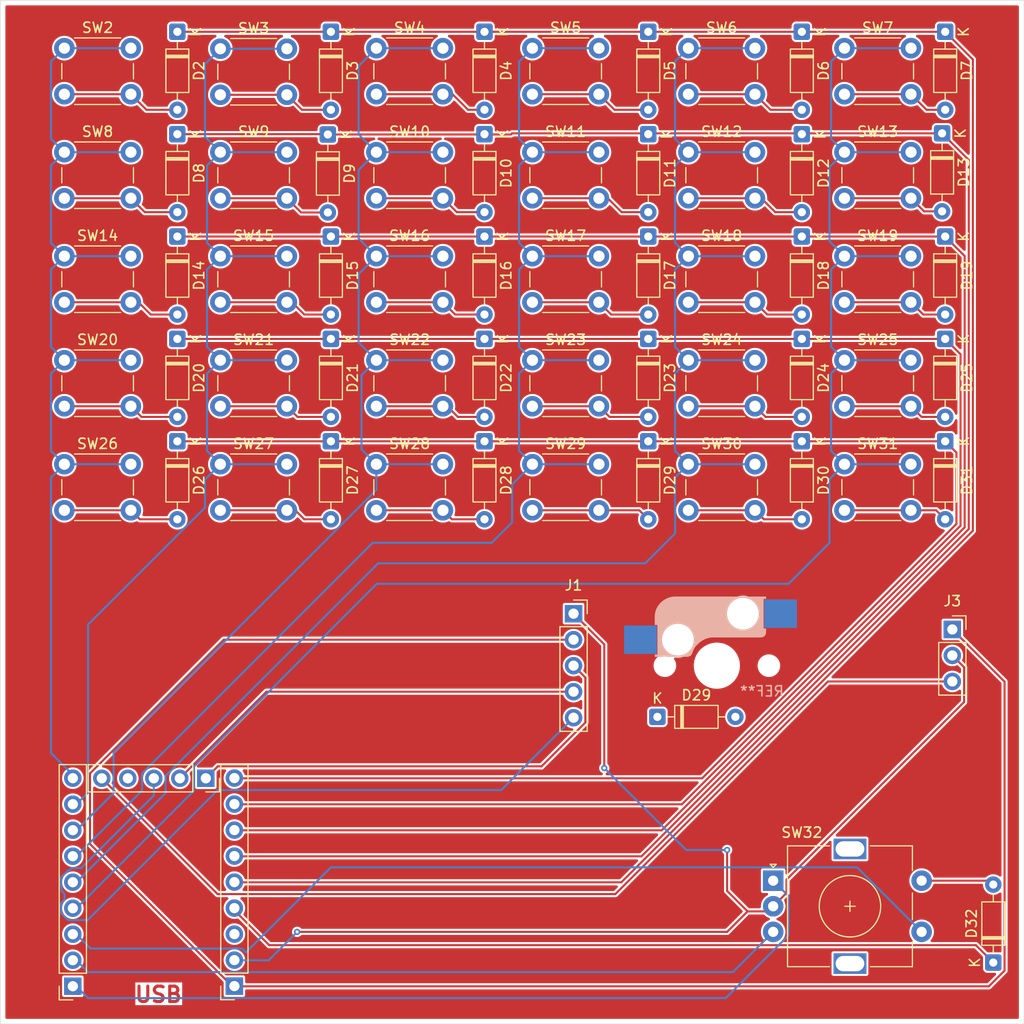
<source format=kicad_pcb>
(kicad_pcb (version 20241229) (generator "pcbnew") (generator_version "9.0")
  (layers (0 "F.Cu" signal) (2 "B.Cu" signal) (13 "F.Paste" user) (15 "B.Paste" user) (5 "F.SilkS" user "F.Silkscreen") (7 "B.SilkS" user "B.Silkscreen") (1 "F.Mask" user) (3 "B.Mask" user) (25 "Edge.Cuts" user))
  (net 0 "")
  (net 1 "Net-(D2-A)")
  (net 2 "Net-(D2-K)")
  (net 3 "Net-(D3-A)")
  (net 4 "Net-(D4-A)")
  (net 5 "Net-(D5-A)")
  (net 6 "Net-(D6-A)")
  (net 7 "Net-(D7-A)")
  (net 8 "Net-(D8-A)")
  (net 9 "Net-(D10-K)")
  (net 10 "Net-(D9-A)")
  (net 11 "Net-(D10-A)")
  (net 12 "Net-(D11-A)")
  (net 13 "Net-(D12-A)")
  (net 14 "Net-(D13-A)")
  (net 15 "Net-(D14-A)")
  (net 16 "Net-(D14-K)")
  (net 17 "Net-(D15-A)")
  (net 18 "Net-(D16-A)")
  (net 19 "Net-(D17-A)")
  (net 20 "Net-(D18-A)")
  (net 21 "Net-(D19-A)")
  (net 22 "Net-(D20-A)")
  (net 23 "Net-(D20-K)")
  (net 24 "Net-(D21-A)")
  (net 25 "Net-(D22-A)")
  (net 26 "Net-(D23-A)")
  (net 27 "Net-(D24-A)")
  (net 28 "Net-(D25-A)")
  (net 29 "Net-(D26-A)")
  (net 30 "Net-(D26-K)")
  (net 31 "Net-(D27-A)")
  (net 32 "Net-(D28-A)")
  (net 33 "Net-(D29-A)")
  (net 34 "Net-(D30-A)")
  (net 35 "Net-(D31-A)")
  (net 36 "Net-(D32-A)")
  (net 37 "Net-(D32-K)")
  (net 38 "Net-(J1-Pin_2)")
  (net 39 "GND")
  (net 40 "Net-(J1-Pin_5)")
  (net 41 "Net-(J1-Pin_4)")
  (net 42 "Net-(J1-Pin_3)")
  (net 43 "Net-(J3-Pin_3)")
  (net 44 "Net-(SW14-Pad1)")
  (net 45 "Net-(SW15-Pad1)")
  (net 46 "Net-(SW10-Pad1)")
  (net 47 "Net-(SW11-Pad1)")
  (net 48 "Net-(SW12-Pad1)")
  (net 49 "Net-(SW13-Pad1)")
  (net 50 "Net-(SW32-PadB)")
  (net 51 "Net-(SW32-PadA)")
  (net 52 "Net-(SW32-PadS1)")
  (footprint "Button_Switch_THT:SW_PUSH_6mm" (layer "F.Cu") (at 117.26 26.68)
    (property "Reference" "SW2")
    (property "Value" "SW_Push")
  )
  (footprint "Diode_THT:D_DO-35_SOD27_P7.62mm_Horizontal" (layer "F.Cu") (at 143.3 65.08 -90)
    (property "Reference" "D27")
    (property "Value" "1N4148")
  )
  (footprint "Button_Switch_THT:SW_PUSH_6mm" (layer "F.Cu") (at 162.98 47)
    (property "Reference" "SW17")
    (property "Value" "SW_Push")
  )
  (footprint "Button_Switch_THT:SW_PUSH_6mm" (layer "F.Cu") (at 178.22 67.32)
    (property "Reference" "SW30")
    (property "Value" "SW_Push")
  )
  (footprint "Diode_THT:D_DO-35_SOD27_P7.62mm_Horizontal" (layer "F.Cu") (at 158.3 25.08 -90)
    (property "Reference" "D4")
    (property "Value" "1N4148")
  )
  (footprint "Diode_THT:D_DO-35_SOD27_P7.62mm_Horizontal" (layer "F.Cu") (at 203.3 45.08 -90)
    (property "Reference" "D19")
    (property "Value" "1N4148")
  )
  (footprint "Diode_THT:D_DO-35_SOD27_P7.62mm_Horizontal" (layer "F.Cu") (at 128.3 65.08 -90)
    (property "Reference" "D26")
    (property "Value" "1N4148")
  )
  (footprint "Diode_THT:D_DO-35_SOD27_P7.62mm_Horizontal" (layer "F.Cu") (at 128.3 45.08 -90)
    (property "Reference" "D14")
    (property "Value" "1N4148")
  )
  (footprint "isw-kbd:CherryMX_Hotswap_1u" (layer "F.Cu") (at 181 87)
    (property "Reference" "REF**")
    (property "Value" "KEY_SWITCH" (hide yes))
  )
  (footprint "Button_Switch_THT:SW_PUSH_6mm" (layer "F.Cu") (at 162.98 67.32)
    (property "Reference" "SW29")
    (property "Value" "SW_Push")
  )
  (footprint "Diode_THT:D_DO-35_SOD27_P7.62mm_Horizontal" (layer "F.Cu") (at 158.3 45.08 -90)
    (property "Reference" "D16")
    (property "Value" "1N4148")
  )
  (footprint "Rotary_Encoder:RotaryEncoder_Alps_EC11E-Switch_Vertical_H20mm" (layer "F.Cu") (at 186.5 108)
    (property "Reference" "SW32")
    (property "Value" "RotaryEncoder_Switch")
  )
  (footprint "Diode_THT:D_DO-35_SOD27_P7.62mm_Horizontal" (layer "F.Cu") (at 128.3 55.08 -90)
    (property "Reference" "D20")
    (property "Value" "1N4148")
  )
  (footprint "Diode_THT:D_DO-35_SOD27_P7.62mm_Horizontal" (layer "F.Cu") (at 175.19 92)
    (property "Reference" "D29")
    (property "Value" "1N4148")
  )
  (footprint "Diode_THT:D_DO-35_SOD27_P7.62mm_Horizontal" (layer "F.Cu") (at 143 35.11 -90)
    (property "Reference" "D9")
    (property "Value" "1N4148")
  )
  (footprint "Diode_THT:D_DO-35_SOD27_P7.62mm_Horizontal" (layer "F.Cu") (at 189.3 65.08 -90)
    (property "Reference" "D30")
    (property "Value" "1N4148")
  )
  (footprint "Button_Switch_THT:SW_PUSH_6mm" (layer "F.Cu") (at 178.22 26.68)
    (property "Reference" "SW6")
    (property "Value" "SW_Push")
  )
  (footprint "Button_Switch_THT:SW_PUSH_6mm" (layer "F.Cu") (at 117.26 67.32)
    (property "Reference" "SW26")
    (property "Value" "SW_Push")
  )
  (footprint "Button_Switch_THT:SW_PUSH_6mm" (layer "F.Cu") (at 193.46 67.32)
    (property "Reference" "SW31")
    (property "Value" "SW_Push")
  )
  (footprint "Button_Switch_THT:SW_PUSH_6mm" (layer "F.Cu") (at 117.26 36.84)
    (property "Reference" "SW8")
    (property "Value" "SW_Push")
  )
  (footprint "Button_Switch_THT:SW_PUSH_6mm" (layer "F.Cu") (at 162.98 36.84)
    (property "Reference" "SW11")
    (property "Value" "SW_Push")
  )
  (footprint "Button_Switch_THT:SW_PUSH_6mm" (layer "F.Cu") (at 178.22 57.16)
    (property "Reference" "SW24")
    (property "Value" "SW_Push")
  )
  (footprint "Button_Switch_THT:SW_PUSH_6mm" (layer "F.Cu") (at 132.5 36.84)
    (property "Reference" "SW9")
    (property "Value" "SW_Push")
  )
  (footprint "Button_Switch_THT:SW_PUSH_6mm" (layer "F.Cu") (at 147.74 57.16)
    (property "Reference" "SW22")
    (property "Value" "SW_Push")
  )
  (footprint "Button_Switch_THT:SW_PUSH_6mm" (layer "F.Cu") (at 132.5 26.735)
    (property "Reference" "SW3")
    (property "Value" "SW_Push")
  )
  (footprint "Diode_THT:D_DO-35_SOD27_P7.62mm_Horizontal" (layer "F.Cu") (at 158.3 65.08 -90)
    (property "Reference" "D28")
    (property "Value" "1N4148")
  )
  (footprint "Button_Switch_THT:SW_PUSH_6mm" (layer "F.Cu") (at 147.74 47)
    (property "Reference" "SW16")
    (property "Value" "SW_Push")
  )
  (footprint "Button_Switch_THT:SW_PUSH_6mm" (layer "F.Cu") (at 132.5 57.16)
    (property "Reference" "SW21")
    (property "Value" "SW_Push")
  )
  (footprint "Diode_THT:D_DO-35_SOD27_P7.62mm_Horizontal" (layer "F.Cu") (at 189.3 45.08 -90)
    (property "Reference" "D18")
    (property "Value" "1N4148")
  )
  (footprint "Diode_THT:D_DO-35_SOD27_P7.62mm_Horizontal" (layer "F.Cu") (at 158.3 35.08 -90)
    (property "Reference" "D10")
    (property "Value" "1N4148")
  )
  (footprint "Button_Switch_THT:SW_PUSH_6mm" (layer "F.Cu") (at 132.5 67.32)
    (property "Reference" "SW27")
    (property "Value" "SW_Push")
  )
  (footprint "Diode_THT:D_DO-35_SOD27_P7.62mm_Horizontal" (layer "F.Cu") (at 143.3 55.08 -90)
    (property "Reference" "D21")
    (property "Value" "1N4148")
  )
  (footprint "Button_Switch_THT:SW_PUSH_6mm" (layer "F.Cu") (at 193.46 26.68)
    (property "Reference" "SW7")
    (property "Value" "SW_Push")
  )
  (footprint "Connector_PinSocket_2.54mm:PinSocket_1x05_P2.54mm_Vertical" (layer "F.Cu") (at 167 81.92)
    (property "Reference" "J1")
    (property "Value" "OLED")
  )
  (footprint "Button_Switch_THT:SW_PUSH_6mm" (layer "F.Cu") (at 162.98 57.16)
    (property "Reference" "SW23")
    (property "Value" "SW_Push")
  )
  (footprint "Diode_THT:D_DO-35_SOD27_P7.62mm_Horizontal" (layer "F.Cu") (at 174.3 55.08 -90)
    (property "Reference" "D23")
    (property "Value" "1N4148")
  )
  (footprint "Button_Switch_THT:SW_PUSH_6mm" (layer "F.Cu") (at 193.46 47)
    (property "Reference" "SW19")
    (property "Value" "SW_Push")
  )
  (footprint "Connector_PinSocket_2.54mm:PinSocket_1x03_P2.54mm_Vertical" (layer "F.Cu") (at 204 83.46)
    (property "Reference" "J3")
    (property "Value" "RGB")
  )
  (footprint "Diode_THT:D_DO-35_SOD27_P7.62mm_Horizontal" (layer "F.Cu") (at 174.3 35.08 -90)
    (property "Reference" "D11")
    (property "Value" "1N4148")
  )
  (footprint "Diode_THT:D_DO-35_SOD27_P7.62mm_Horizontal" (layer "F.Cu") (at 203 35 -90)
    (property "Reference" "D13")
    (property "Value" "1N4148")
  )
  (footprint "Button_Switch_THT:SW_PUSH_6mm" (layer "F.Cu") (at 178.22 47)
    (property "Reference" "SW18")
    (property "Value" "SW_Push")
  )
  (footprint "Diode_THT:D_DO-35_SOD27_P7.62mm_Horizontal" (layer "F.Cu") (at 208 116 90)
    (property "Reference" "D32")
    (property "Value" "1N4148")
  )
  (footprint "Button_Switch_THT:SW_PUSH_6mm" (layer "F.Cu") (at 132.5 47)
    (property "Reference" "SW15")
    (property "Value" "SW_Push")
  )
  (footprint "Diode_THT:D_DO-35_SOD27_P7.62mm_Horizontal" (layer "F.Cu") (at 143.3 25.08 -90)
    (property "Reference" "D3")
    (property "Value" "1N4148")
  )
  (footprint "Diode_THT:D_DO-35_SOD27_P7.62mm_Horizontal" (layer "F.Cu") (at 158.3 55.08 -90)
    (property "Reference" "D22")
    (property "Value" "1N4148")
  )
  (footprint "Diode_THT:D_DO-35_SOD27_P7.62mm_Horizontal" (layer "F.Cu") (at 203.3 55.08 -90)
    (property "Reference" "D25")
    (property "Value" "1N4148")
  )
  (footprint "Diode_THT:D_DO-35_SOD27_P7.62mm_Horizontal" (layer "F.Cu") (at 128.3 35.08 -90)
    (property "Reference" "D8")
    (property "Value" "1N4148")
  )
  (footprint "Button_Switch_THT:SW_PUSH_6mm" (layer "F.Cu") (at 193.46 36.84)
    (property "Reference" "SW13")
    (property "Value" "SW_Push")
  )
  (footprint "RP2040-ZeroSocket:RP2040-ZeroSocket" (layer "F.Cu") (at 125.7 108.3 180)
    (property "Reference" "U1" (hide yes))
    (property "Value" "RP2040-Zero" (hide yes))
  )
  (footprint "Button_Switch_THT:SW_PUSH_6mm" (layer "F.Cu") (at 178.22 36.84)
    (property "Reference" "SW12")
    (property "Value" "SW_Push")
  )
  (footprint "Diode_THT:D_DO-35_SOD27_P7.62mm_Horizontal" (layer "F.Cu") (at 143.3 45.08 -90)
    (property "Reference" "D15")
    (property "Value" "1N4148")
  )
  (footprint "Button_Switch_THT:SW_PUSH_6mm" (layer "F.Cu") (at 147.74 67.32)
    (property "Reference" "SW28")
    (property "Value" "SW_Push")
  )
  (footprint "Diode_THT:D_DO-35_SOD27_P7.62mm_Horizontal" (layer "F.Cu") (at 174.3 65.08 -90)
    (property "Reference" "D29")
    (property "Value" "1N4148")
  )
  (footprint "Diode_THT:D_DO-35_SOD27_P7.62mm_Horizontal" (layer "F.Cu") (at 203.3 65.08 -90)
    (property "Reference" "D31")
    (property "Value" "1N4148")
  )
  (footprint "Button_Switch_THT:SW_PUSH_6mm" (layer "F.Cu") (at 162.98 26.68)
    (property "Reference" "SW5")
    (property "Value" "SW_Push")
  )
  (footprint "Diode_THT:D_DO-35_SOD27_P7.62mm_Horizontal" (layer "F.Cu") (at 128.3 25.08 -90)
    (property "Reference" "D2")
    (property "Value" "1N4148")
  )
  (footprint "Button_Switch_THT:SW_PUSH_6mm" (layer "F.Cu") (at 147.74 36.84)
    (property "Reference" "SW10")
    (property "Value" "SW_Push")
  )
  (footprint "Button_Switch_THT:SW_PUSH_6mm" (layer "F.Cu") (at 117.26 47)
    (property "Reference" "SW14")
    (property "Value" "SW_Push")
  )
  (footprint "Diode_THT:D_DO-35_SOD27_P7.62mm_Horizontal" (layer "F.Cu") (at 203.3 25.08 -90)
    (property "Reference" "D7")
    (property "Value" "1N4148")
  )
  (footprint "Button_Switch_THT:SW_PUSH_6mm" (layer "F.Cu") (at 193.46 57.16)
    (property "Reference" "SW25")
    (property "Value" "SW_Push")
  )
  (footprint "Button_Switch_THT:SW_PUSH_6mm" (layer "F.Cu") (at 117.26 57.16)
    (property "Reference" "SW20")
    (property "Value" "SW_Push")
  )
  (footprint "Diode_THT:D_DO-35_SOD27_P7.62mm_Horizontal" (layer "F.Cu") (at 189.3 35.08 -90)
    (property "Reference" "D12")
    (property "Value" "1N4148")
  )
  (footprint "Diode_THT:D_DO-35_SOD27_P7.62mm_Horizontal" (layer "F.Cu") (at 174.3 45.08 -90)
    (property "Reference" "D17")
    (property "Value" "1N4148")
  )
  (footprint "Diode_THT:D_DO-35_SOD27_P7.62mm_Horizontal" (layer "F.Cu") (at 189.3 55.08 -90)
    (property "Reference" "D24")
    (property "Value" "1N4148")
  )
  (footprint "Button_Switch_THT:SW_PUSH_6mm" (layer "F.Cu") (at 147.74 26.68)
    (property "Reference" "SW4")
    (property "Value" "SW_Push")
  )
  (footprint "Diode_THT:D_DO-35_SOD27_P7.62mm_Horizontal" (layer "F.Cu") (at 174.3 25.08 -90)
    (property "Reference" "D5")
    (property "Value" "1N4148")
  )
  (footprint "Diode_THT:D_DO-35_SOD27_P7.62mm_Horizontal" (layer "F.Cu") (at 189.3 25.08 -90)
    (property "Reference" "D6")
    (property "Value" "1N4148")
  )
  (gr_rect (start 111 22) (end 211 122) (stroke (width 0.05)) (fill no) (layer "Edge.Cuts"))
  (gr_text "USB" (at 124 120 0) (layer "F.Cu") (effects (font (size 1.5 1.5) (thickness 0.3) (bold yes)) (justify left bottom)))
  (segment (start 125.28 32.7) (end 128.3 32.7) (width 0.2) (layer "F.Cu") (net 1))
  (segment (start 117.26 31.18) (end 123.76 31.18) (width 0.2) (layer "F.Cu") (net 1))
  (segment (start 123.76 31.18) (end 125.28 32.7) (width 0.2) (layer "F.Cu") (net 1))
  (segment (start 133.67 108.16) (end 171.66545 108.16) (width 0.2) (layer "F.Cu") (net 2))
  (segment (start 128.3 25.08) (end 203.3 25.08) (width 0.2) (layer "F.Cu") (net 2))
  (segment (start 171.66545 108.16) (end 206.005 73.82045) (width 0.2) (layer "F.Cu") (net 2))
  (segment (start 206.005 73.82045) (end 206.005 27.785) (width 0.2) (layer "F.Cu") (net 2))
  (segment (start 206.005 27.785) (end 203.3 25.08) (width 0.2) (layer "F.Cu") (net 2))
  (segment (start 143.3 32.7) (end 140.465 32.7) (width 0.2) (layer "F.Cu") (net 3))
  (segment (start 132.5 31.235) (end 139 31.235) (width 0.2) (layer "F.Cu") (net 3))
  (segment (start 140.465 32.7) (end 139 31.235) (width 0.2) (layer "F.Cu") (net 3))
  (segment (start 154.24 31.18) (end 155.18 31.18) (width 0.2) (layer "F.Cu") (net 4))
  (segment (start 155.18 31.18) (end 156.7 32.7) (width 0.2) (layer "F.Cu") (net 4))
  (segment (start 156.7 32.7) (end 158.3 32.7) (width 0.2) (layer "F.Cu") (net 4))
  (segment (start 147.74 31.18) (end 154.24 31.18) (width 0.2) (layer "F.Cu") (net 4))
  (segment (start 171 32.7) (end 174.3 32.7) (width 0.2) (layer "F.Cu") (net 5))
  (segment (start 162.98 31.18) (end 169.48 31.18) (width 0.2) (layer "F.Cu") (net 5))
  (segment (start 169.48 31.18) (end 171 32.7) (width 0.2) (layer "F.Cu") (net 5))
  (segment (start 184.72 31.18) (end 186.24 32.7) (width 0.2) (layer "F.Cu") (net 6))
  (segment (start 178.22 31.18) (end 184.72 31.18) (width 0.2) (layer "F.Cu") (net 6))
  (segment (start 186.24 32.7) (end 189.3 32.7) (width 0.2) (layer "F.Cu") (net 6))
  (segment (start 203.3 32.7) (end 201.48 32.7) (width 0.2) (layer "F.Cu") (net 7))
  (segment (start 193.46 31.18) (end 199.96 31.18) (width 0.2) (layer "F.Cu") (net 7))
  (segment (start 201.48 32.7) (end 199.96 31.18) (width 0.2) (layer "F.Cu") (net 7))
  (segment (start 117.26 41.34) (end 123.76 41.34) (width 0.2) (layer "F.Cu") (net 8))
  (segment (start 123.76 41.34) (end 125.12 42.7) (width 0.2) (layer "F.Cu") (net 8))
  (segment (start 125.12 42.7) (end 128.3 42.7) (width 0.2) (layer "F.Cu") (net 8))
  (segment (start 205.604 37.604) (end 203 35) (width 0.2) (layer "F.Cu") (net 9))
  (segment (start 128.3 35.08) (end 142.97 35.08) (width 0.2) (layer "F.Cu") (net 9))
  (segment (start 205.604 73.65435) (end 205.604 37.604) (width 0.2) (layer "F.Cu") (net 9))
  (segment (start 133.67 105.62) (end 173.63835 105.62) (width 0.2) (layer "F.Cu") (net 9))
  (segment (start 161 35) (end 160.89 35.11) (width 0.2) (layer "F.Cu") (net 9))
  (segment (start 160.89 35.11) (end 143 35.11) (width 0.2) (layer "F.Cu") (net 9))
  (segment (start 203 35) (end 161 35) (width 0.2) (layer "F.Cu") (net 9))
  (segment (start 142.97 35.08) (end 143 35.11) (width 0.2) (layer "F.Cu") (net 9))
  (segment (start 173.63835 105.62) (end 205.604 73.65435) (width 0.2) (layer "F.Cu") (net 9))
  (segment (start 139 41.34) (end 140.39 42.73) (width 0.2) (layer "F.Cu") (net 10))
  (segment (start 132.5 41.34) (end 139 41.34) (width 0.2) (layer "F.Cu") (net 10))
  (segment (start 140.39 42.73) (end 143 42.73) (width 0.2) (layer "F.Cu") (net 10))
  (segment (start 154.24 41.34) (end 155.6 42.7) (width 0.2) (layer "F.Cu") (net 11))
  (segment (start 147.74 41.34) (end 154.24 41.34) (width 0.2) (layer "F.Cu") (net 11))
  (segment (start 155.6 42.7) (end 158.3 42.7) (width 0.2) (layer "F.Cu") (net 11))
  (segment (start 170.34 41.34) (end 171.7 42.7) (width 0.2) (layer "F.Cu") (net 12))
  (segment (start 171.7 42.7) (end 174.3 42.7) (width 0.2) (layer "F.Cu") (net 12))
  (segment (start 169.48 41.34) (end 170.34 41.34) (width 0.2) (layer "F.Cu") (net 12))
  (segment (start 162.98 41.34) (end 169.48 41.34) (width 0.2) (layer "F.Cu") (net 12))
  (segment (start 178.22 41.34) (end 184.72 41.34) (width 0.2) (layer "F.Cu") (net 13))
  (segment (start 186.7 42.7) (end 189.3 42.7) (width 0.2) (layer "F.Cu") (net 13))
  (segment (start 185.34 41.34) (end 186.7 42.7) (width 0.2) (layer "F.Cu") (net 13))
  (segment (start 184.72 41.34) (end 185.34 41.34) (width 0.2) (layer "F.Cu") (net 13))
  (segment (start 193.46 41.34) (end 199.96 41.34) (width 0.2) (layer "F.Cu") (net 14))
  (segment (start 201.24 42.62) (end 203 42.62) (width 0.2) (layer "F.Cu") (net 14))
  (segment (start 199.96 41.34) (end 201.24 42.62) (width 0.2) (layer "F.Cu") (net 14))
  (segment (start 117.26 51.5) (end 123.76 51.5) (width 0.2) (layer "F.Cu") (net 15))
  (segment (start 125.7 52.7) (end 128.3 52.7) (width 0.2) (layer "F.Cu") (net 15))
  (segment (start 123.76 51.5) (end 124.5 51.5) (width 0.2) (layer "F.Cu") (net 15))
  (segment (start 124.5 51.5) (end 125.7 52.7) (width 0.2) (layer "F.Cu") (net 15))
  (segment (start 175.61125 103.08) (end 205.203 73.48825) (width 0.2) (layer "F.Cu") (net 16))
  (segment (start 133.67 103.08) (end 175.61125 103.08) (width 0.2) (layer "F.Cu") (net 16))
  (segment (start 205.203 73.48825) (end 205.203 46.983) (width 0.2) (layer "F.Cu") (net 16))
  (segment (start 205.203 46.983) (end 203.3 45.08) (width 0.2) (layer "F.Cu") (net 16))
  (segment (start 128.3 45.08) (end 203.3 45.08) (width 0.2) (layer "F.Cu") (net 16))
  (segment (start 140.7 52.7) (end 143.3 52.7) (width 0.2) (layer "F.Cu") (net 17))
  (segment (start 139 51.5) (end 139.5 51.5) (width 0.2) (layer "F.Cu") (net 17))
  (segment (start 132.5 51.5) (end 139 51.5) (width 0.2) (layer "F.Cu") (net 17))
  (segment (start 139.5 51.5) (end 140.7 52.7) (width 0.2) (layer "F.Cu") (net 17))
  (segment (start 155.44 52.7) (end 158.3 52.7) (width 0.2) (layer "F.Cu") (net 18))
  (segment (start 147.74 51.5) (end 154.24 51.5) (width 0.2) (layer "F.Cu") (net 18))
  (segment (start 154.24 51.5) (end 155.44 52.7) (width 0.2) (layer "F.Cu") (net 18))
  (segment (start 169.48 51.5) (end 170.68 52.7) (width 0.2) (layer "F.Cu") (net 19))
  (segment (start 170.68 52.7) (end 174.3 52.7) (width 0.2) (layer "F.Cu") (net 19))
  (segment (start 162.98 51.5) (end 169.48 51.5) (width 0.2) (layer "F.Cu") (net 19))
  (segment (start 185.92 52.7) (end 189.3 52.7) (width 0.2) (layer "F.Cu") (net 20))
  (segment (start 184.72 51.5) (end 185.92 52.7) (width 0.2) (layer "F.Cu") (net 20))
  (segment (start 178.22 51.5) (end 184.72 51.5) (width 0.2) (layer "F.Cu") (net 20))
  (segment (start 201.16 52.7) (end 199.96 51.5) (width 0.2) (layer "F.Cu") (net 21))
  (segment (start 203.3 52.7) (end 201.16 52.7) (width 0.2) (layer "F.Cu") (net 21))
  (segment (start 193.46 51.5) (end 199.96 51.5) (width 0.2) (layer "F.Cu") (net 21))
  (segment (start 123.76 61.66) (end 124.8 62.7) (width 0.2) (layer "F.Cu") (net 22))
  (segment (start 124.8 62.7) (end 128.3 62.7) (width 0.2) (layer "F.Cu") (net 22))
  (segment (start 117.26 61.66) (end 123.76 61.66) (width 0.2) (layer "F.Cu") (net 22))
  (segment (start 204.802 73.32215) (end 204.802 56.582) (width 0.2) (layer "F.Cu") (net 23))
  (segment (start 177.58415 100.54) (end 204.802 73.32215) (width 0.2) (layer "F.Cu") (net 23))
  (segment (start 133.67 100.54) (end 177.58415 100.54) (width 0.2) (layer "F.Cu") (net 23))
  (segment (start 204.802 56.582) (end 203.3 55.08) (width 0.2) (layer "F.Cu") (net 23))
  (segment (start 128.3 55.08) (end 203.3 55.08) (width 0.2) (layer "F.Cu") (net 23))
  (segment (start 140.04 62.7) (end 139 61.66) (width 0.2) (layer "F.Cu") (net 24))
  (segment (start 132.5 61.66) (end 139 61.66) (width 0.2) (layer "F.Cu") (net 24))
  (segment (start 143.3 62.7) (end 140.04 62.7) (width 0.2) (layer "F.Cu") (net 24))
  (segment (start 154.66 61.66) (end 155.7 62.7) (width 0.2) (layer "F.Cu") (net 25))
  (segment (start 154.24 61.66) (end 154.66 61.66) (width 0.2) (layer "F.Cu") (net 25))
  (segment (start 155.7 62.7) (end 158.3 62.7) (width 0.2) (layer "F.Cu") (net 25))
  (segment (start 147.74 61.66) (end 154.24 61.66) (width 0.2) (layer "F.Cu") (net 25))
  (segment (start 170.52 62.7) (end 169.48 61.66) (width 0.2) (layer "F.Cu") (net 26))
  (segment (start 174.3 62.7) (end 170.52 62.7) (width 0.2) (layer "F.Cu") (net 26))
  (segment (start 162.98 61.66) (end 169.48 61.66) (width 0.2) (layer "F.Cu") (net 26))
  (segment (start 185.76 62.7) (end 184.72 61.66) (width 0.2) (layer "F.Cu") (net 27))
  (segment (start 189.3 62.7) (end 185.76 62.7) (width 0.2) (layer "F.Cu") (net 27))
  (segment (start 184.72 61.66) (end 178.22 61.66) (width 0.2) (layer "F.Cu") (net 27))
  (segment (start 193.46 61.66) (end 199.96 61.66) (width 0.2) (layer "F.Cu") (net 28))
  (segment (start 203.3 62.7) (end 201 62.7) (width 0.2) (layer "F.Cu") (net 28))
  (segment (start 201 62.7) (end 199.96 61.66) (width 0.2) (layer "F.Cu") (net 28))
  (segment (start 117.26 71.82) (end 123.76 71.82) (width 0.2) (layer "F.Cu") (net 29))
  (segment (start 124.64 72.7) (end 123.76 71.82) (width 0.2) (layer "F.Cu") (net 29))
  (segment (start 128.3 72.7) (end 124.64 72.7) (width 0.2) (layer "F.Cu") (net 29))
  (segment (start 204.401 66.181) (end 203.3 65.08) (width 0.2) (layer "F.Cu") (net 30))
  (segment (start 203.3 65.08) (end 128.3 65.08) (width 0.2) (layer "F.Cu") (net 30))
  (segment (start 179.55705 98) (end 204.401 73.15605) (width 0.2) (layer "F.Cu") (net 30))
  (segment (start 204.401 73.15605) (end 204.401 66.181) (width 0.2) (layer "F.Cu") (net 30))
  (segment (start 133.67 98) (end 179.55705 98) (width 0.2) (layer "F.Cu") (net 30))
  (segment (start 132.5 71.82) (end 139 71.82) (width 0.2) (layer "F.Cu") (net 31))
  (segment (start 139.82 71.82) (end 140.7 72.7) (width 0.2) (layer "F.Cu") (net 31))
  (segment (start 140.7 72.7) (end 143.3 72.7) (width 0.2) (layer "F.Cu") (net 31))
  (segment (start 139 71.82) (end 139.82 71.82) (width 0.2) (layer "F.Cu") (net 31))
  (segment (start 147.74 71.82) (end 154.24 71.82) (width 0.2) (layer "F.Cu") (net 32))
  (segment (start 158.3 72.7) (end 155.12 72.7) (width 0.2) (layer "F.Cu") (net 32))
  (segment (start 155.12 72.7) (end 154.24 71.82) (width 0.2) (layer "F.Cu") (net 32))
  (segment (start 169.48 71.82) (end 173.42 71.82) (width 0.2) (layer "F.Cu") (net 33))
  (segment (start 162.98 71.82) (end 169.48 71.82) (width 0.2) (layer "F.Cu") (net 33))
  (segment (start 173.42 71.82) (end 174.3 72.7) (width 0.2) (layer "F.Cu") (net 33))
  (segment (start 185.6 72.7) (end 184.72 71.82) (width 0.2) (layer "F.Cu") (net 34))
  (segment (start 189.3 72.7) (end 185.6 72.7) (width 0.2) (layer "F.Cu") (net 34))
  (segment (start 178.22 71.82) (end 184.72 71.82) (width 0.2) (layer "F.Cu") (net 34))
  (segment (start 199.96 71.82) (end 202.42 71.82) (width 0.2) (layer "F.Cu") (net 35))
  (segment (start 202.42 71.82) (end 203.3 72.7) (width 0.2) (layer "F.Cu") (net 35))
  (segment (start 193.46 71.82) (end 199.96 71.82) (width 0.2) (layer "F.Cu") (net 35))
  (segment (start 207.62 108) (end 208 108.38) (width 0.2) (layer "F.Cu") (net 36))
  (segment (start 201 108) (end 207.62 108) (width 0.2) (layer "F.Cu") (net 36))
  (segment (start 208 116) (end 206.301 114.301) (width 0.2) (layer "F.Cu") (net 37))
  (segment (start 206.301 114.301) (end 137.271 114.301) (width 0.2) (layer "F.Cu") (net 37))
  (segment (start 137.271 114.301) (end 133.67 110.7) (width 0.2) (layer "F.Cu") (net 37))
  (segment (start 119.769 104.419) (end 119.769 97.52324) (width 0.2) (layer "F.Cu") (net 38))
  (segment (start 209.101 116.78516) (end 207.56616 118.32) (width 0.2) (layer "F.Cu") (net 38))
  (segment (start 133.67 118.32) (end 119.769 104.419) (width 0.2) (layer "F.Cu") (net 38))
  (segment (start 119.769 97.52324) (end 132.83224 84.46) (width 0.2) (layer "F.Cu") (net 38))
  (segment (start 209.101 88.561) (end 209.101 116.78516) (width 0.2) (layer "F.Cu") (net 38))
  (segment (start 204 83.46) (end 209.101 88.561) (width 0.2) (layer "F.Cu") (net 38))
  (segment (start 207.56616 118.32) (end 133.67 118.32) (width 0.2) (layer "F.Cu") (net 38))
  (segment (start 132.83224 84.46) (end 167 84.46) (width 0.2) (layer "F.Cu") (net 38))
  (segment (start 187.801 107.897) (end 187.801 109.199) (width 0.2) (layer "F.Cu") (net 39))
  (segment (start 170 84.92) (end 170 97) (width 0.2) (layer "F.Cu") (net 39))
  (segment (start 184 111) (end 182 113) (width 0.2) (layer "F.Cu") (net 39))
  (segment (start 182 105) (end 182 109) (width 0.2) (layer "F.Cu") (net 39))
  (segment (start 205.151 90.547) (end 187.801 107.897) (width 0.2) (layer "F.Cu") (net 39))
  (segment (start 187.801 109.199) (end 186.5 110.5) (width 0.2) (layer "F.Cu") (net 39))
  (segment (start 167 81.92) (end 170 84.92) (width 0.2) (layer "F.Cu") (net 39))
  (segment (start 186 111) (end 186.5 110.5) (width 0.2) (layer "F.Cu") (net 39))
  (segment (start 205.151 87.151) (end 205.151 90.547) (width 0.2) (layer "F.Cu") (net 39))
  (segment (start 204 86) (end 205.151 87.151) (width 0.2) (layer "F.Cu") (net 39))
  (segment (start 182 109) (end 184 111) (width 0.2) (layer "F.Cu") (net 39))
  (segment (start 184 111) (end 186 111) (width 0.2) (layer "F.Cu") (net 39))
  (segment (start 182 113) (end 140 113) (width 0.2) (layer "F.Cu") (net 39))
  (via (at 182 105) (size 0.6) (drill 0.3) (layers "F.Cu" "B.Cu") (net 39))
  (via (at 170 97) (size 0.6) (drill 0.3) (layers "F.Cu" "B.Cu") (net 39))
  (via (at 140 113) (size 0.6) (drill 0.3) (layers "F.Cu" "B.Cu") (net 39))
  (segment (start 181 105) (end 182 105) (width 0.2) (layer "B.Cu") (net 39))
  (segment (start 178 105) (end 181 105) (width 0.2) (layer "B.Cu") (net 39))
  (segment (start 140 113) (end 137.22 115.78) (width 0.2) (layer "B.Cu") (net 39))
  (segment (start 170 97) (end 178 105) (width 0.2) (layer "B.Cu") (net 39))
  (segment (start 137.22 115.78) (end 133.67 115.78) (width 0.2) (layer "B.Cu") (net 39))
  (segment (start 117 108.68776) (end 116.939 108.62676) (width 0.2) (layer "B.Cu") (net 40))
  (segment (start 118.90676 106.771) (end 126 99.67776) (width 0.2) (layer "B.Cu") (net 40))
  (segment (start 132.231 99.151) (end 119.531 111.851) (width 0.2) (layer "B.Cu") (net 40))
  (segment (start 117.95324 111.851) (end 117.94324 111.841) (width 0.2) (layer "B.Cu") (net 40))
  (segment (start 117 109) (end 117 108.68776) (width 0.2) (layer "B.Cu") (net 40))
  (segment (start 116.939 111.16676) (end 116.939 110.21324) (width 0.2) (layer "B.Cu") (net 40))
  (segment (start 117.279 109.87324) (end 117.279 109.279) (width 0.2) (layer "B.Cu") (net 40))
  (segment (start 116.939 107.67324) (end 117.61324 106.999) (width 0.2) (layer "B.Cu") (net 40))
  (segment (start 116.939 110.21324) (end 117.279 109.87324) (width 0.2) (layer "B.Cu") (net 40))
  (segment (start 159.929 99.151) (end 132.231 99.151) (width 0.2) (layer "B.Cu") (net 40))
  (segment (start 117.95324 106.771) (end 118.90676 106.771) (width 0.2) (layer "B.Cu") (net 40))
  (segment (start 119.531 111.851) (end 117.95324 111.851) (width 0.2) (layer "B.Cu") (net 40))
  (segment (start 116.939 108.62676) (end 116.939 107.67324) (width 0.2) (layer "B.Cu") (net 40))
  (segment (start 117.61324 111.841) (end 116.939 111.16676) (width 0.2) (layer "B.Cu") (net 40))
  (segment (start 117.94324 111.841) (end 117.61324 111.841) (width 0.2) (layer "B.Cu") (net 40))
  (segment (start 126 99.67776) (end 126 98) (width 0.2) (layer "B.Cu") (net 40))
  (segment (start 167 92.08) (end 159.929 99.151) (width 0.2) (layer "B.Cu") (net 40))
  (segment (start 117.279 109.279) (end 117 109) (width 0.2) (layer "B.Cu") (net 40))
  (segment (start 117.72524 106.999) (end 117.95324 106.771) (width 0.2) (layer "B.Cu") (net 40))
  (segment (start 117.61324 106.999) (end 117.72524 106.999) (width 0.2) (layer "B.Cu") (net 40))
  (segment (start 167 89.54) (end 137 89.54) (width 0.2) (layer "F.Cu") (net 41))
  (segment (start 137 89.54) (end 128.54 98) (width 0.2) (layer "F.Cu") (net 41))
  (segment (start 163.83876 96.829) (end 163.85876 96.849) (width 0.2) (layer "F.Cu") (net 42))
  (segment (start 131.08 98) (end 132.251 96.829) (width 0.2) (layer "F.Cu") (net 42))
  (segment (start 168.151 92.55676) (end 163.85876 96.849) (width 0.2) (layer "F.Cu") (net 42))
  (segment (start 167 87) (end 168.151 88.151) (width 0.2) (layer "F.Cu") (net 42))
  (segment (start 132.251 96.829) (end 163.83876 96.829) (width 0.2) (layer "F.Cu") (net 42))
  (segment (start 168.151 88.151) (end 168.151 92.55676) (width 0.2) (layer "F.Cu") (net 42))
  (segment (start 132.231 109.311) (end 120.92 98) (width 0.2) (layer "F.Cu") (net 43))
  (segment (start 171.08155 109.311) (end 132.231 109.311) (width 0.2) (layer "F.Cu") (net 43))
  (segment (start 191.85255 88.54) (end 171.08155 109.311) (width 0.2) (layer "F.Cu") (net 43))
  (segment (start 204 88.54) (end 191.85255 88.54) (width 0.2) (layer "F.Cu") (net 43))
  (segment (start 115.959 55.859) (end 117.26 57.16) (width 0.2) (layer "B.Cu") (net 44))
  (segment (start 115.959 68.621) (end 117.26 67.32) (width 0.2) (layer "B.Cu") (net 44))
  (segment (start 123.76 47) (end 117.26 47) (width 0.2) (layer "B.Cu") (net 44))
  (segment (start 117.26 57.16) (end 115.959 58.461) (width 0.2) (layer "B.Cu") (net 44))
  (segment (start 115.959 27.981) (end 115.959 35.539) (width 0.2) (layer "B.Cu") (net 44))
  (segment (start 115.959 35.539) (end 117.26 36.84) (width 0.2) (layer "B.Cu") (net 44))
  (segment (start 115.959 66.019) (end 117.26 67.32) (width 0.2) (layer "B.Cu") (net 44))
  (segment (start 115.959 58.461) (end 115.959 66.019) (width 0.2) (layer "B.Cu") (net 44))
  (segment (start 123.76 67.32) (end 117.26 67.32) (width 0.2) (layer "B.Cu") (net 44))
  (segment (start 115.959 95.529) (end 115.959 68.621) (width 0.2) (layer "B.Cu") (net 44))
  (segment (start 115.959 38.141) (end 115.959 45.699) (width 0.2) (layer "B.Cu") (net 44))
  (segment (start 117.26 26.68) (end 115.959 27.981) (width 0.2) (layer "B.Cu") (net 44))
  (segment (start 115.959 48.301) (end 115.959 55.859) (width 0.2) (layer "B.Cu") (net 44))
  (segment (start 117.26 47) (end 115.959 48.301) (width 0.2) (layer "B.Cu") (net 44))
  (segment (start 123.76 26.68) (end 117.26 26.68) (width 0.2) (layer "B.Cu") (net 44))
  (segment (start 115.959 45.699) (end 117.26 47) (width 0.2) (layer "B.Cu") (net 44))
  (segment (start 118.43 98) (end 115.959 95.529) (width 0.2) (layer "B.Cu") (net 44))
  (segment (start 117.26 57.16) (end 123.76 57.16) (width 0.2) (layer "B.Cu") (net 44))
  (segment (start 117.26 36.84) (end 115.959 38.141) (width 0.2) (layer "B.Cu") (net 44))
  (segment (start 117.26 36.84) (end 123.76 36.84) (width 0.2) (layer "B.Cu") (net 44))
  (segment (start 131.199 48.301) (end 132.5 47) (width 0.2) (layer "B.Cu") (net 45))
  (segment (start 131.199 58.461) (end 132.5 57.16) (width 0.2) (layer "B.Cu") (net 45))
  (segment (start 118.43 100.54) (end 119.581 99.389) (width 0.2) (layer "B.Cu") (net 45))
  (segment (start 131.199 55.859) (end 131.199 48.301) (width 0.2) (layer "B.Cu") (net 45))
  (segment (start 132.5 47) (end 139 47) (width 0.2) (layer "B.Cu") (net 45))
  (segment (start 132.5 67.32) (end 131.199 66.019) (width 0.2) (layer "B.Cu") (net 45))
  (segment (start 132.5 47) (end 131.199 45.699) (width 0.2) (layer "B.Cu") (net 45))
  (segment (start 119.581 82.97605) (end 131 71.55705) (width 0.2) (layer "B.Cu") (net 45))
  (segment (start 132.5 26.735) (end 139 26.735) (width 0.2) (layer "B.Cu") (net 45))
  (segment (start 131 35.34) (end 131 28.235) (width 0.2) (layer "B.Cu") (net 45))
  (segment (start 132.5 36.84) (end 131 35.34) (width 0.2) (layer "B.Cu") (net 45))
  (segment (start 132.5 67.32) (end 139 67.32) (width 0.2) (layer "B.Cu") (net 45))
  (segment (start 131 28.235) (end 132.5 26.735) (width 0.2) (layer "B.Cu") (net 45))
  (segment (start 131.199 66.019) (end 131.199 58.461) (width 0.2) (layer "B.Cu") (net 45))
  (segment (start 131 71.55705) (end 131 68.82) (width 0.2) (layer "B.Cu") (net 45))
  (segment (start 131.199 45.699) (end 131.199 38.141) (width 0.2) (layer "B.Cu") (net 45))
  (segment (start 119.581 99.389) (end 119.581 82.97605) (width 0.2) (layer "B.Cu") (net 45))
  (segment (start 132.5 57.16) (end 131.199 55.859) (width 0.2) (layer "B.Cu") (net 45))
  (segment (start 139 57.16) (end 132.5 57.16) (width 0.2) (layer "B.Cu") (net 45))
  (segment (start 131.199 38.141) (end 132.5 36.84) (width 0.2) (layer "B.Cu") (net 45))
  (segment (start 131 68.82) (end 132.5 67.32) (width 0.2) (layer "B.Cu") (net 45))
  (segment (start 139 36.84) (end 132.5 36.84) (width 0.2) (layer "B.Cu") (net 45))
  (segment (start 147.74 26.68) (end 146 28.42) (width 0.2) (layer "B.Cu") (net 46))
  (segment (start 122.071 99.439) (end 122.071 95.48605) (width 0.2) (layer "B.Cu") (net 46))
  (segment (start 154.24 26.68) (end 147.74 26.68) (width 0.2) (layer "B.Cu") (net 46))
  (segment (start 146.29 65.87) (end 146.29 58.61) (width 0.2) (layer "B.Cu") (net 46))
  (segment (start 147.74 57.16) (end 154.24 57.16) (width 0.2) (layer "B.Cu") (net 46))
  (segment (start 147.74 36.84) (end 154.24 36.84) (width 0.2) (layer "B.Cu") (net 46))
  (segment (start 118.43 103.08) (end 122.071 99.439) (width 0.2) (layer "B.Cu") (net 46))
  (segment (start 146.29 58.61) (end 147.74 57.16) (width 0.2) (layer "B.Cu") (net 46))
  (segment (start 154.24 67.32) (end 147.74 67.32) (width 0.2) (layer "B.Cu") (net 46))
  (segment (start 147.74 36.84) (end 146 38.58) (width 0.2) (layer "B.Cu") (net 46))
  (segment (start 146 28.42) (end 146 35.1) (width 0.2) (layer "B.Cu") (net 46))
  (segment (start 146 48.74) (end 147.74 47) (width 0.2) (layer "B.Cu") (net 46))
  (segment (start 147.74 69.81705) (end 147.74 67.32) (width 0.2) (layer "B.Cu") (net 46))
  (segment (start 146 45.26) (end 147.74 47) (width 0.2) (layer "B.Cu") (net 46))
  (segment (start 146 38.58) (end 146 45.26) (width 0.2) (layer "B.Cu") (net 46))
  (segment (start 146 55.42) (end 146 48.74) (width 0.2) (layer "B.Cu") (net 46))
  (segment (start 154.24 47) (end 147.74 47) (width 0.2) (layer "B.Cu") (net 46))
  (segment (start 146 35.1) (end 147.74 36.84) (width 0.2) (layer "B.Cu") (net 46))
  (segment (start 147.74 67.32) (end 146.29 65.87) (width 0.2) (layer "B.Cu") (net 46))
  (segment (start 122.071 95.48605) (end 147.74 69.81705) (width 0.2) (layer "B.Cu") (net 46))
  (segment (start 147.74 57.16) (end 146 55.42) (width 0.2) (layer "B.Cu") (net 46))
  (segment (start 161.679 27.981) (end 162.98 26.68) (width 0.2) (layer "B.Cu") (net 47))
  (segment (start 169.48 26.68) (end 162.98 26.68) (width 0.2) (layer "B.Cu") (net 47))
  (segment (start 169.48 47) (end 162.98 47) (width 0.2) (layer "B.Cu") (net 47))
  (segment (start 161.679 38.141) (end 162.98 36.84) (width 0.2) (layer "B.Cu") (net 47))
  (segment (start 162.98 47) (end 161.679 45.699) (width 0.2) (layer "B.Cu") (net 47))
  (segment (start 161.679 48.301) (end 162.98 47) (width 0.2) (layer "B.Cu") (net 47))
  (segment (start 161.679 66.019) (end 161.679 58.461) (width 0.2) (layer "B.Cu") (net 47))
  (segment (start 161.679 58.461) (end 162.98 57.16) (width 0.2) (layer "B.Cu") (net 47))
  (segment (start 162.98 57.16) (end 169.48 57.16) (width 0.2) (layer "B.Cu") (net 47))
  (segment (start 162.98 57.16) (end 161.679 55.859) (width 0.2) (layer "B.Cu") (net 47))
  (segment (start 162.98 36.84) (end 161.679 35.539) (width 0.2) (layer "B.Cu") (net 47))
  (segment (start 147.37224 75) (end 159 75) (width 0.2) (layer "B.Cu") (net 47))
  (segment (start 162.98 67.32) (end 161.679 66.019) (width 0.2) (layer "B.Cu") (net 47))
  (segment (start 118.43 105.62) (end 124.849 99.201) (width 0.2) (layer "B.Cu") (net 47))
  (segment (start 161 69.3) (end 162.98 67.32) (width 0.2) (layer "B.Cu") (net 47))
  (segment (start 161.679 35.539) (end 161.679 27.981) (width 0.2) (layer "B.Cu") (net 47))
  (segment (start 124.849 97.52324) (end 147.37224 75) (width 0.2) (layer "B.Cu") (net 47))
  (segment (start 159 75) (end 161 73) (width 0.2) (layer "B.Cu") (net 47))
  (segment (start 162.98 36.84) (end 169.48 36.84) (width 0.2) (layer "B.Cu") (net 47))
  (segment (start 161 73) (end 161 69.3) (width 0.2) (layer "B.Cu") (net 47))
  (segment (start 124.849 99.201) (end 124.849 97.52324) (width 0.2) (layer "B.Cu") (net 47))
  (segment (start 169.48 67.32) (end 162.98 67.32) (width 0.2) (layer "B.Cu") (net 47))
  (segment (start 161.679 45.699) (end 161.679 38.141) (width 0.2) (layer "B.Cu") (net 47))
  (segment (start 161.679 55.859) (end 161.679 48.301) (width 0.2) (layer "B.Cu") (net 47))
  (segment (start 118.43 108.16) (end 127.151 99.439) (width 0.2) (layer "B.Cu") (net 48))
  (segment (start 184.72 36.84) (end 178.22 36.84) (width 0.2) (layer "B.Cu") (net 48))
  (segment (start 176.919 66.019) (end 176.919 58.461) (width 0.2) (layer "B.Cu") (net 48))
  (segment (start 176.919 27.981) (end 176.919 35.539) (width 0.2) (layer "B.Cu") (net 48))
  (segment (start 176.919 48.301) (end 176.919 55.859) (width 0.2) (layer "B.Cu") (net 48))
  (segment (start 127.151 97.76124) (end 147.91224 77) (width 0.2) (layer "B.Cu") (net 48))
  (segment (start 176.919 58.461) (end 178.22 57.16) (width 0.2) (layer "B.Cu") (net 48))
  (segment (start 176.919 38.141) (end 176.919 45.699) (width 0.2) (layer "B.Cu") (net 48))
  (segment (start 184.72 67.32) (end 178.22 67.32) (width 0.2) (layer "B.Cu") (net 48))
  (segment (start 127.151 99.439) (end 127.151 97.76124) (width 0.2) (layer "B.Cu") (net 48))
  (segment (start 178.22 47) (end 184.72 47) (width 0.2) (layer "B.Cu") (net 48))
  (segment (start 178.22 26.68) (end 176.919 27.981) (width 0.2) (layer "B.Cu") (net 48))
  (segment (start 178.22 26.68) (end 184.72 26.68) (width 0.2) (layer "B.Cu") (net 48))
  (segment (start 178.22 57.16) (end 184.72 57.16) (width 0.2) (layer "B.Cu") (net 48))
  (segment (start 176.919 45.699) (end 178.22 47) (width 0.2) (layer "B.Cu") (net 48))
  (segment (start 147.91224 77) (end 174 77) (width 0.2) (layer "B.Cu") (net 48))
  (segment (start 176.919 35.539) (end 178.22 36.84) (width 0.2) (layer "B.Cu") (net 48))
  (segment (start 176.919 68.621) (end 178.22 67.32) (width 0.2) (layer "B.Cu") (net 48))
  (segment (start 178.22 36.84) (end 176.919 38.141) (width 0.2) (layer "B.Cu") (net 48))
  (segment (start 176.919 55.859) (end 178.22 57.16) (width 0.2) (layer "B.Cu") (net 48))
  (segment (start 174 77) (end 176.919 74.081) (width 0.2) (layer "B.Cu") (net 48))
  (segment (start 176.919 74.081) (end 176.919 68.621) (width 0.2) (layer "B.Cu") (net 48))
  (segment (start 178.22 67.32) (end 176.919 66.019) (width 0.2) (layer "B.Cu") (net 48))
  (segment (start 178.22 47) (end 176.919 48.301) (width 0.2) (layer "B.Cu") (net 48))
  (segment (start 199.96 47) (end 193.46 47) (width 0.2) (layer "B.Cu") (net 49))
  (segment (start 147.778 79) (end 188 79) (width 0.2) (layer "B.Cu") (net 49))
  (segment (start 193.46 57.16) (end 192.159 55.859) (width 0.2) (layer "B.Cu") (net 49))
  (segment (start 192 45.54) (end 193.46 47) (width 0.2) (layer "B.Cu") (net 49))
  (segment (start 193.46 36.84) (end 192 38.3) (width 0.2) (layer "B.Cu") (net 49))
  (segment (start 129.929 99.201) (end 129.929 96.849) (width 0.2) (layer "B.Cu") (net 49))
  (segment (start 192.159 55.859) (end 192.159 48.301) (width 0.2) (layer "B.Cu") (net 49))
  (segment (start 193.46 36.84) (end 199.96 36.84) (width 0.2) (layer "B.Cu") (net 49))
  (segment (start 193.46 36.84) (end 192.159 35.539) (width 0.2) (layer "B.Cu") (net 49))
  (segment (start 192.159 66.019) (end 192.159 58.461) (width 0.2) (layer "B.Cu") (net 49))
  (segment (start 188 79) (end 192 75) (width 0.2) (layer "B.Cu") (net 49))
  (segment (start 192 68.78) (end 193.46 67.32) (width 0.2) (layer "B.Cu") (net 49))
  (segment (start 192.159 48.301) (end 193.46 47) (width 0.2) (layer "B.Cu") (net 49))
  (segment (start 192 75) (end 192 68.78) (width 0.2) (layer "B.Cu") (net 49))
  (segment (start 192.159 35.539) (end 192.159 27.981) (width 0.2) (layer "B.Cu") (net 49))
  (segment (start 192.159 58.461) (end 193.46 57.16) (width 0.2) (layer "B.Cu") (net 49))
  (segment (start 193.46 67.32) (end 192.159 66.019) (width 0.2) (layer "B.Cu") (net 49))
  (segment (start 129.929 96.849) (end 147.778 79) (width 0.2) (layer "B.Cu") (net 49))
  (segment (start 199.96 67.32) (end 193.46 67.32) (width 0.2) (layer "B.Cu") (net 49))
  (segment (start 118.43 110.7) (end 129.929 99.201) (width 0.2) (layer "B.Cu") (net 49))
  (segment (start 192.159 27.981) (end 193.46 26.68) (width 0.2) (layer "B.Cu") (net 49))
  (segment (start 199.96 26.68) (end 193.46 26.68) (width 0.2) (layer "B.Cu") (net 49))
  (segment (start 192 38.3) (end 192 45.54) (width 0.2) (layer "B.Cu") (net 49))
  (segment (start 193.46 57.16) (end 199.96 57.16) (width 0.2) (layer "B.Cu") (net 49))
  (segment (start 118.43 115.78) (end 119.581 116.931) (width 0.2) (layer "B.Cu") (net 50))
  (segment (start 119.581 116.931) (end 182.569 116.931) (width 0.2) (layer "B.Cu") (net 50))
  (segment (start 182.569 116.931) (end 186.5 113) (width 0.2) (layer "B.Cu") (net 50))
  (segment (start 188 113.339892) (end 188 109.5) (width 0.2) (layer "B.Cu") (net 51))
  (segment (start 188 109.5) (end 186.5 108) (width 0.2) (layer "B.Cu") (net 51))
  (segment (start 118.43 118.32) (end 119.581 119.471) (width 0.2) (layer "B.Cu") (net 51))
  (segment (start 119.581 119.471) (end 181.868892 119.471) (width 0.2) (layer "B.Cu") (net 51))
  (segment (start 181.868892 119.471) (end 188 113.339892) (width 0.2) (layer "B.Cu") (net 51))
  (segment (start 194.699 106.699) (end 143.301 106.699) (width 0.2) (layer "B.Cu") (net 52))
  (segment (start 135 115) (end 134.629 114.629) (width 0.2) (layer "B.Cu") (net 52))
  (segment (start 133.37324 114.629) (end 119.819 114.629) (width 0.2) (layer "B.Cu") (net 52))
  (segment (start 143.301 106.699) (end 135 115) (width 0.2) (layer "B.Cu") (net 52))
  (segment (start 134.34676 114.609) (end 133.39324 114.609) (width 0.2) (layer "B.Cu") (net 52))
  (segment (start 133.39324 114.609) (end 133.37324 114.629) (width 0.2) (layer "B.Cu") (net 52))
  (segment (start 134.629 114.629) (end 134.36676 114.629) (width 0.2) (layer "B.Cu") (net 52))
  (segment (start 134.36676 114.629) (end 134.34676 114.609) (width 0.2) (layer "B.Cu") (net 52))
  (segment (start 201 113) (end 194.699 106.699) (width 0.2) (layer "B.Cu") (net 52))
  (segment (start 119.819 114.629) (end 118.43 113.24) (width 0.2) (layer "B.Cu") (net 52))
  (zone (net 0) (net_name "") (layer "F.Cu") (connect_pads (clearance 0.2)) (min_thickness 0.25) (fill yes (thermal_gap 0.25) (thermal_bridge_width 0.25) (island_removal_mode 1) (island_area_min 10))
    (polygon (pts (xy 111 22) (xy 211 22) (xy 211 122) (xy 111 122)))
  )
)
</source>
